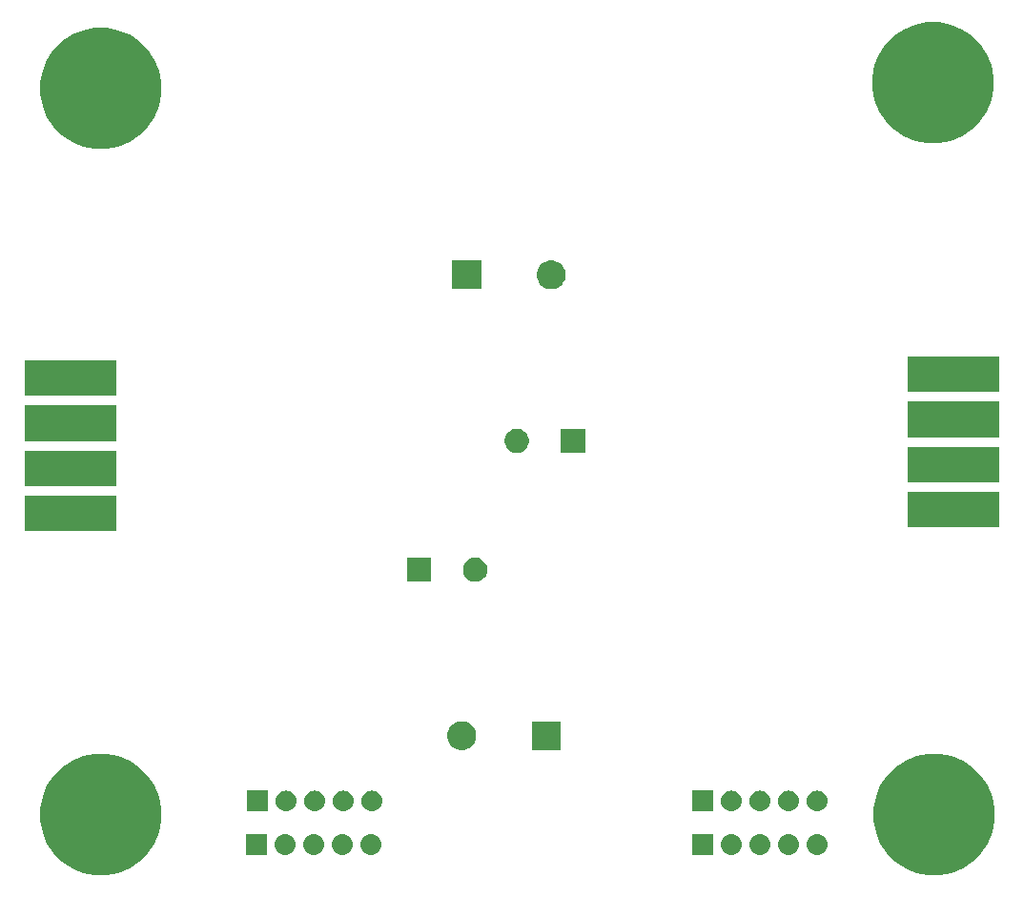
<source format=gbs>
G04 #@! TF.GenerationSoftware,KiCad,Pcbnew,5.0.1*
G04 #@! TF.CreationDate,2018-12-04T22:41:10-05:00*
G04 #@! TF.ProjectId,peripherals,7065726970686572616C732E6B696361,rev?*
G04 #@! TF.SameCoordinates,Original*
G04 #@! TF.FileFunction,Soldermask,Bot*
G04 #@! TF.FilePolarity,Negative*
%FSLAX46Y46*%
G04 Gerber Fmt 4.6, Leading zero omitted, Abs format (unit mm)*
G04 Created by KiCad (PCBNEW 5.0.1) date Tue 04 Dec 2018 10:41:10 PM EST*
%MOMM*%
%LPD*%
G01*
G04 APERTURE LIST*
%ADD10C,0.100000*%
G04 APERTURE END LIST*
D10*
G36*
X117568180Y-114830404D02*
X118546586Y-115235673D01*
X119427128Y-115824033D01*
X120175967Y-116572872D01*
X120764327Y-117453414D01*
X121169596Y-118431820D01*
X121376200Y-119470491D01*
X121376200Y-120529509D01*
X121169596Y-121568180D01*
X120764327Y-122546586D01*
X120175967Y-123427128D01*
X119427128Y-124175967D01*
X118546586Y-124764327D01*
X117568180Y-125169596D01*
X116529509Y-125376200D01*
X115470491Y-125376200D01*
X114431820Y-125169596D01*
X113453414Y-124764327D01*
X112572872Y-124175967D01*
X111824033Y-123427128D01*
X111235673Y-122546586D01*
X110830404Y-121568180D01*
X110623800Y-120529509D01*
X110623800Y-119470491D01*
X110830404Y-118431820D01*
X111235673Y-117453414D01*
X111824033Y-116572872D01*
X112572872Y-115824033D01*
X113453414Y-115235673D01*
X114431820Y-114830404D01*
X115470491Y-114623800D01*
X116529509Y-114623800D01*
X117568180Y-114830404D01*
X117568180Y-114830404D01*
G37*
G36*
X43568180Y-114830404D02*
X44546586Y-115235673D01*
X45427128Y-115824033D01*
X46175967Y-116572872D01*
X46764327Y-117453414D01*
X47169596Y-118431820D01*
X47376200Y-119470491D01*
X47376200Y-120529509D01*
X47169596Y-121568180D01*
X46764327Y-122546586D01*
X46175967Y-123427128D01*
X45427128Y-124175967D01*
X44546586Y-124764327D01*
X43568180Y-125169596D01*
X42529509Y-125376200D01*
X41470491Y-125376200D01*
X40431820Y-125169596D01*
X39453414Y-124764327D01*
X38572872Y-124175967D01*
X37824033Y-123427128D01*
X37235673Y-122546586D01*
X36830404Y-121568180D01*
X36623800Y-120529509D01*
X36623800Y-119470491D01*
X36830404Y-118431820D01*
X37235673Y-117453414D01*
X37824033Y-116572872D01*
X38572872Y-115824033D01*
X39453414Y-115235673D01*
X40431820Y-114830404D01*
X41470491Y-114623800D01*
X42529509Y-114623800D01*
X43568180Y-114830404D01*
X43568180Y-114830404D01*
G37*
G36*
X96376200Y-123576200D02*
X94523800Y-123576200D01*
X94523800Y-121723800D01*
X96376200Y-121723800D01*
X96376200Y-123576200D01*
X96376200Y-123576200D01*
G37*
G36*
X105791563Y-121737201D02*
X105791566Y-121737202D01*
X105791567Y-121737202D01*
X105966156Y-121790163D01*
X106127059Y-121876167D01*
X106127061Y-121876168D01*
X106127060Y-121876168D01*
X106268091Y-121991909D01*
X106383832Y-122132940D01*
X106469837Y-122293844D01*
X106522799Y-122468437D01*
X106540682Y-122650000D01*
X106522799Y-122831563D01*
X106522798Y-122831566D01*
X106522798Y-122831567D01*
X106469837Y-123006156D01*
X106383833Y-123167059D01*
X106268091Y-123308091D01*
X106127059Y-123423833D01*
X105966156Y-123509837D01*
X105791567Y-123562798D01*
X105791566Y-123562798D01*
X105791563Y-123562799D01*
X105655501Y-123576200D01*
X105564499Y-123576200D01*
X105428437Y-123562799D01*
X105428434Y-123562798D01*
X105428433Y-123562798D01*
X105253844Y-123509837D01*
X105092941Y-123423833D01*
X104951909Y-123308091D01*
X104836167Y-123167059D01*
X104750163Y-123006156D01*
X104697202Y-122831567D01*
X104697202Y-122831566D01*
X104697201Y-122831563D01*
X104679318Y-122650000D01*
X104697201Y-122468437D01*
X104750163Y-122293844D01*
X104836168Y-122132940D01*
X104951909Y-121991909D01*
X105092940Y-121876168D01*
X105092939Y-121876168D01*
X105092941Y-121876167D01*
X105253844Y-121790163D01*
X105428433Y-121737202D01*
X105428434Y-121737202D01*
X105428437Y-121737201D01*
X105564499Y-121723800D01*
X105655501Y-121723800D01*
X105791563Y-121737201D01*
X105791563Y-121737201D01*
G37*
G36*
X103251563Y-121737201D02*
X103251566Y-121737202D01*
X103251567Y-121737202D01*
X103426156Y-121790163D01*
X103587059Y-121876167D01*
X103587061Y-121876168D01*
X103587060Y-121876168D01*
X103728091Y-121991909D01*
X103843832Y-122132940D01*
X103929837Y-122293844D01*
X103982799Y-122468437D01*
X104000682Y-122650000D01*
X103982799Y-122831563D01*
X103982798Y-122831566D01*
X103982798Y-122831567D01*
X103929837Y-123006156D01*
X103843833Y-123167059D01*
X103728091Y-123308091D01*
X103587059Y-123423833D01*
X103426156Y-123509837D01*
X103251567Y-123562798D01*
X103251566Y-123562798D01*
X103251563Y-123562799D01*
X103115501Y-123576200D01*
X103024499Y-123576200D01*
X102888437Y-123562799D01*
X102888434Y-123562798D01*
X102888433Y-123562798D01*
X102713844Y-123509837D01*
X102552941Y-123423833D01*
X102411909Y-123308091D01*
X102296167Y-123167059D01*
X102210163Y-123006156D01*
X102157202Y-122831567D01*
X102157202Y-122831566D01*
X102157201Y-122831563D01*
X102139318Y-122650000D01*
X102157201Y-122468437D01*
X102210163Y-122293844D01*
X102296168Y-122132940D01*
X102411909Y-121991909D01*
X102552940Y-121876168D01*
X102552939Y-121876168D01*
X102552941Y-121876167D01*
X102713844Y-121790163D01*
X102888433Y-121737202D01*
X102888434Y-121737202D01*
X102888437Y-121737201D01*
X103024499Y-121723800D01*
X103115501Y-121723800D01*
X103251563Y-121737201D01*
X103251563Y-121737201D01*
G37*
G36*
X100711563Y-121737201D02*
X100711566Y-121737202D01*
X100711567Y-121737202D01*
X100886156Y-121790163D01*
X101047059Y-121876167D01*
X101047061Y-121876168D01*
X101047060Y-121876168D01*
X101188091Y-121991909D01*
X101303832Y-122132940D01*
X101389837Y-122293844D01*
X101442799Y-122468437D01*
X101460682Y-122650000D01*
X101442799Y-122831563D01*
X101442798Y-122831566D01*
X101442798Y-122831567D01*
X101389837Y-123006156D01*
X101303833Y-123167059D01*
X101188091Y-123308091D01*
X101047059Y-123423833D01*
X100886156Y-123509837D01*
X100711567Y-123562798D01*
X100711566Y-123562798D01*
X100711563Y-123562799D01*
X100575501Y-123576200D01*
X100484499Y-123576200D01*
X100348437Y-123562799D01*
X100348434Y-123562798D01*
X100348433Y-123562798D01*
X100173844Y-123509837D01*
X100012941Y-123423833D01*
X99871909Y-123308091D01*
X99756167Y-123167059D01*
X99670163Y-123006156D01*
X99617202Y-122831567D01*
X99617202Y-122831566D01*
X99617201Y-122831563D01*
X99599318Y-122650000D01*
X99617201Y-122468437D01*
X99670163Y-122293844D01*
X99756168Y-122132940D01*
X99871909Y-121991909D01*
X100012940Y-121876168D01*
X100012939Y-121876168D01*
X100012941Y-121876167D01*
X100173844Y-121790163D01*
X100348433Y-121737202D01*
X100348434Y-121737202D01*
X100348437Y-121737201D01*
X100484499Y-121723800D01*
X100575501Y-121723800D01*
X100711563Y-121737201D01*
X100711563Y-121737201D01*
G37*
G36*
X56776200Y-123576200D02*
X54923800Y-123576200D01*
X54923800Y-121723800D01*
X56776200Y-121723800D01*
X56776200Y-123576200D01*
X56776200Y-123576200D01*
G37*
G36*
X58571563Y-121737201D02*
X58571566Y-121737202D01*
X58571567Y-121737202D01*
X58746156Y-121790163D01*
X58907059Y-121876167D01*
X58907061Y-121876168D01*
X58907060Y-121876168D01*
X59048091Y-121991909D01*
X59163832Y-122132940D01*
X59249837Y-122293844D01*
X59302799Y-122468437D01*
X59320682Y-122650000D01*
X59302799Y-122831563D01*
X59302798Y-122831566D01*
X59302798Y-122831567D01*
X59249837Y-123006156D01*
X59163833Y-123167059D01*
X59048091Y-123308091D01*
X58907059Y-123423833D01*
X58746156Y-123509837D01*
X58571567Y-123562798D01*
X58571566Y-123562798D01*
X58571563Y-123562799D01*
X58435501Y-123576200D01*
X58344499Y-123576200D01*
X58208437Y-123562799D01*
X58208434Y-123562798D01*
X58208433Y-123562798D01*
X58033844Y-123509837D01*
X57872941Y-123423833D01*
X57731909Y-123308091D01*
X57616167Y-123167059D01*
X57530163Y-123006156D01*
X57477202Y-122831567D01*
X57477202Y-122831566D01*
X57477201Y-122831563D01*
X57459318Y-122650000D01*
X57477201Y-122468437D01*
X57530163Y-122293844D01*
X57616168Y-122132940D01*
X57731909Y-121991909D01*
X57872940Y-121876168D01*
X57872939Y-121876168D01*
X57872941Y-121876167D01*
X58033844Y-121790163D01*
X58208433Y-121737202D01*
X58208434Y-121737202D01*
X58208437Y-121737201D01*
X58344499Y-121723800D01*
X58435501Y-121723800D01*
X58571563Y-121737201D01*
X58571563Y-121737201D01*
G37*
G36*
X61111563Y-121737201D02*
X61111566Y-121737202D01*
X61111567Y-121737202D01*
X61286156Y-121790163D01*
X61447059Y-121876167D01*
X61447061Y-121876168D01*
X61447060Y-121876168D01*
X61588091Y-121991909D01*
X61703832Y-122132940D01*
X61789837Y-122293844D01*
X61842799Y-122468437D01*
X61860682Y-122650000D01*
X61842799Y-122831563D01*
X61842798Y-122831566D01*
X61842798Y-122831567D01*
X61789837Y-123006156D01*
X61703833Y-123167059D01*
X61588091Y-123308091D01*
X61447059Y-123423833D01*
X61286156Y-123509837D01*
X61111567Y-123562798D01*
X61111566Y-123562798D01*
X61111563Y-123562799D01*
X60975501Y-123576200D01*
X60884499Y-123576200D01*
X60748437Y-123562799D01*
X60748434Y-123562798D01*
X60748433Y-123562798D01*
X60573844Y-123509837D01*
X60412941Y-123423833D01*
X60271909Y-123308091D01*
X60156167Y-123167059D01*
X60070163Y-123006156D01*
X60017202Y-122831567D01*
X60017202Y-122831566D01*
X60017201Y-122831563D01*
X59999318Y-122650000D01*
X60017201Y-122468437D01*
X60070163Y-122293844D01*
X60156168Y-122132940D01*
X60271909Y-121991909D01*
X60412940Y-121876168D01*
X60412939Y-121876168D01*
X60412941Y-121876167D01*
X60573844Y-121790163D01*
X60748433Y-121737202D01*
X60748434Y-121737202D01*
X60748437Y-121737201D01*
X60884499Y-121723800D01*
X60975501Y-121723800D01*
X61111563Y-121737201D01*
X61111563Y-121737201D01*
G37*
G36*
X63651563Y-121737201D02*
X63651566Y-121737202D01*
X63651567Y-121737202D01*
X63826156Y-121790163D01*
X63987059Y-121876167D01*
X63987061Y-121876168D01*
X63987060Y-121876168D01*
X64128091Y-121991909D01*
X64243832Y-122132940D01*
X64329837Y-122293844D01*
X64382799Y-122468437D01*
X64400682Y-122650000D01*
X64382799Y-122831563D01*
X64382798Y-122831566D01*
X64382798Y-122831567D01*
X64329837Y-123006156D01*
X64243833Y-123167059D01*
X64128091Y-123308091D01*
X63987059Y-123423833D01*
X63826156Y-123509837D01*
X63651567Y-123562798D01*
X63651566Y-123562798D01*
X63651563Y-123562799D01*
X63515501Y-123576200D01*
X63424499Y-123576200D01*
X63288437Y-123562799D01*
X63288434Y-123562798D01*
X63288433Y-123562798D01*
X63113844Y-123509837D01*
X62952941Y-123423833D01*
X62811909Y-123308091D01*
X62696167Y-123167059D01*
X62610163Y-123006156D01*
X62557202Y-122831567D01*
X62557202Y-122831566D01*
X62557201Y-122831563D01*
X62539318Y-122650000D01*
X62557201Y-122468437D01*
X62610163Y-122293844D01*
X62696168Y-122132940D01*
X62811909Y-121991909D01*
X62952940Y-121876168D01*
X62952939Y-121876168D01*
X62952941Y-121876167D01*
X63113844Y-121790163D01*
X63288433Y-121737202D01*
X63288434Y-121737202D01*
X63288437Y-121737201D01*
X63424499Y-121723800D01*
X63515501Y-121723800D01*
X63651563Y-121737201D01*
X63651563Y-121737201D01*
G37*
G36*
X66191563Y-121737201D02*
X66191566Y-121737202D01*
X66191567Y-121737202D01*
X66366156Y-121790163D01*
X66527059Y-121876167D01*
X66527061Y-121876168D01*
X66527060Y-121876168D01*
X66668091Y-121991909D01*
X66783832Y-122132940D01*
X66869837Y-122293844D01*
X66922799Y-122468437D01*
X66940682Y-122650000D01*
X66922799Y-122831563D01*
X66922798Y-122831566D01*
X66922798Y-122831567D01*
X66869837Y-123006156D01*
X66783833Y-123167059D01*
X66668091Y-123308091D01*
X66527059Y-123423833D01*
X66366156Y-123509837D01*
X66191567Y-123562798D01*
X66191566Y-123562798D01*
X66191563Y-123562799D01*
X66055501Y-123576200D01*
X65964499Y-123576200D01*
X65828437Y-123562799D01*
X65828434Y-123562798D01*
X65828433Y-123562798D01*
X65653844Y-123509837D01*
X65492941Y-123423833D01*
X65351909Y-123308091D01*
X65236167Y-123167059D01*
X65150163Y-123006156D01*
X65097202Y-122831567D01*
X65097202Y-122831566D01*
X65097201Y-122831563D01*
X65079318Y-122650000D01*
X65097201Y-122468437D01*
X65150163Y-122293844D01*
X65236168Y-122132940D01*
X65351909Y-121991909D01*
X65492940Y-121876168D01*
X65492939Y-121876168D01*
X65492941Y-121876167D01*
X65653844Y-121790163D01*
X65828433Y-121737202D01*
X65828434Y-121737202D01*
X65828437Y-121737201D01*
X65964499Y-121723800D01*
X66055501Y-121723800D01*
X66191563Y-121737201D01*
X66191563Y-121737201D01*
G37*
G36*
X98171563Y-121737201D02*
X98171566Y-121737202D01*
X98171567Y-121737202D01*
X98346156Y-121790163D01*
X98507059Y-121876167D01*
X98507061Y-121876168D01*
X98507060Y-121876168D01*
X98648091Y-121991909D01*
X98763832Y-122132940D01*
X98849837Y-122293844D01*
X98902799Y-122468437D01*
X98920682Y-122650000D01*
X98902799Y-122831563D01*
X98902798Y-122831566D01*
X98902798Y-122831567D01*
X98849837Y-123006156D01*
X98763833Y-123167059D01*
X98648091Y-123308091D01*
X98507059Y-123423833D01*
X98346156Y-123509837D01*
X98171567Y-123562798D01*
X98171566Y-123562798D01*
X98171563Y-123562799D01*
X98035501Y-123576200D01*
X97944499Y-123576200D01*
X97808437Y-123562799D01*
X97808434Y-123562798D01*
X97808433Y-123562798D01*
X97633844Y-123509837D01*
X97472941Y-123423833D01*
X97331909Y-123308091D01*
X97216167Y-123167059D01*
X97130163Y-123006156D01*
X97077202Y-122831567D01*
X97077202Y-122831566D01*
X97077201Y-122831563D01*
X97059318Y-122650000D01*
X97077201Y-122468437D01*
X97130163Y-122293844D01*
X97216168Y-122132940D01*
X97331909Y-121991909D01*
X97472940Y-121876168D01*
X97472939Y-121876168D01*
X97472941Y-121876167D01*
X97633844Y-121790163D01*
X97808433Y-121737202D01*
X97808434Y-121737202D01*
X97808437Y-121737201D01*
X97944499Y-121723800D01*
X98035501Y-121723800D01*
X98171563Y-121737201D01*
X98171563Y-121737201D01*
G37*
G36*
X56826200Y-119726200D02*
X54973800Y-119726200D01*
X54973800Y-117873800D01*
X56826200Y-117873800D01*
X56826200Y-119726200D01*
X56826200Y-119726200D01*
G37*
G36*
X98171563Y-117887201D02*
X98171566Y-117887202D01*
X98171567Y-117887202D01*
X98346156Y-117940163D01*
X98507059Y-118026167D01*
X98507061Y-118026168D01*
X98507060Y-118026168D01*
X98648091Y-118141909D01*
X98763832Y-118282940D01*
X98849837Y-118443844D01*
X98902799Y-118618437D01*
X98920682Y-118800000D01*
X98902799Y-118981563D01*
X98902798Y-118981566D01*
X98902798Y-118981567D01*
X98849837Y-119156156D01*
X98763833Y-119317059D01*
X98648091Y-119458091D01*
X98507059Y-119573833D01*
X98346156Y-119659837D01*
X98171567Y-119712798D01*
X98171566Y-119712798D01*
X98171563Y-119712799D01*
X98035501Y-119726200D01*
X97944499Y-119726200D01*
X97808437Y-119712799D01*
X97808434Y-119712798D01*
X97808433Y-119712798D01*
X97633844Y-119659837D01*
X97472941Y-119573833D01*
X97331909Y-119458091D01*
X97216167Y-119317059D01*
X97130163Y-119156156D01*
X97077202Y-118981567D01*
X97077202Y-118981566D01*
X97077201Y-118981563D01*
X97059318Y-118800000D01*
X97077201Y-118618437D01*
X97130163Y-118443844D01*
X97216168Y-118282940D01*
X97331909Y-118141909D01*
X97472940Y-118026168D01*
X97472939Y-118026168D01*
X97472941Y-118026167D01*
X97633844Y-117940163D01*
X97808433Y-117887202D01*
X97808434Y-117887202D01*
X97808437Y-117887201D01*
X97944499Y-117873800D01*
X98035501Y-117873800D01*
X98171563Y-117887201D01*
X98171563Y-117887201D01*
G37*
G36*
X96376200Y-119726200D02*
X94523800Y-119726200D01*
X94523800Y-117873800D01*
X96376200Y-117873800D01*
X96376200Y-119726200D01*
X96376200Y-119726200D01*
G37*
G36*
X58621563Y-117887201D02*
X58621566Y-117887202D01*
X58621567Y-117887202D01*
X58796156Y-117940163D01*
X58957059Y-118026167D01*
X58957061Y-118026168D01*
X58957060Y-118026168D01*
X59098091Y-118141909D01*
X59213832Y-118282940D01*
X59299837Y-118443844D01*
X59352799Y-118618437D01*
X59370682Y-118800000D01*
X59352799Y-118981563D01*
X59352798Y-118981566D01*
X59352798Y-118981567D01*
X59299837Y-119156156D01*
X59213833Y-119317059D01*
X59098091Y-119458091D01*
X58957059Y-119573833D01*
X58796156Y-119659837D01*
X58621567Y-119712798D01*
X58621566Y-119712798D01*
X58621563Y-119712799D01*
X58485501Y-119726200D01*
X58394499Y-119726200D01*
X58258437Y-119712799D01*
X58258434Y-119712798D01*
X58258433Y-119712798D01*
X58083844Y-119659837D01*
X57922941Y-119573833D01*
X57781909Y-119458091D01*
X57666167Y-119317059D01*
X57580163Y-119156156D01*
X57527202Y-118981567D01*
X57527202Y-118981566D01*
X57527201Y-118981563D01*
X57509318Y-118800000D01*
X57527201Y-118618437D01*
X57580163Y-118443844D01*
X57666168Y-118282940D01*
X57781909Y-118141909D01*
X57922940Y-118026168D01*
X57922939Y-118026168D01*
X57922941Y-118026167D01*
X58083844Y-117940163D01*
X58258433Y-117887202D01*
X58258434Y-117887202D01*
X58258437Y-117887201D01*
X58394499Y-117873800D01*
X58485501Y-117873800D01*
X58621563Y-117887201D01*
X58621563Y-117887201D01*
G37*
G36*
X63701563Y-117887201D02*
X63701566Y-117887202D01*
X63701567Y-117887202D01*
X63876156Y-117940163D01*
X64037059Y-118026167D01*
X64037061Y-118026168D01*
X64037060Y-118026168D01*
X64178091Y-118141909D01*
X64293832Y-118282940D01*
X64379837Y-118443844D01*
X64432799Y-118618437D01*
X64450682Y-118800000D01*
X64432799Y-118981563D01*
X64432798Y-118981566D01*
X64432798Y-118981567D01*
X64379837Y-119156156D01*
X64293833Y-119317059D01*
X64178091Y-119458091D01*
X64037059Y-119573833D01*
X63876156Y-119659837D01*
X63701567Y-119712798D01*
X63701566Y-119712798D01*
X63701563Y-119712799D01*
X63565501Y-119726200D01*
X63474499Y-119726200D01*
X63338437Y-119712799D01*
X63338434Y-119712798D01*
X63338433Y-119712798D01*
X63163844Y-119659837D01*
X63002941Y-119573833D01*
X62861909Y-119458091D01*
X62746167Y-119317059D01*
X62660163Y-119156156D01*
X62607202Y-118981567D01*
X62607202Y-118981566D01*
X62607201Y-118981563D01*
X62589318Y-118800000D01*
X62607201Y-118618437D01*
X62660163Y-118443844D01*
X62746168Y-118282940D01*
X62861909Y-118141909D01*
X63002940Y-118026168D01*
X63002939Y-118026168D01*
X63002941Y-118026167D01*
X63163844Y-117940163D01*
X63338433Y-117887202D01*
X63338434Y-117887202D01*
X63338437Y-117887201D01*
X63474499Y-117873800D01*
X63565501Y-117873800D01*
X63701563Y-117887201D01*
X63701563Y-117887201D01*
G37*
G36*
X100711563Y-117887201D02*
X100711566Y-117887202D01*
X100711567Y-117887202D01*
X100886156Y-117940163D01*
X101047059Y-118026167D01*
X101047061Y-118026168D01*
X101047060Y-118026168D01*
X101188091Y-118141909D01*
X101303832Y-118282940D01*
X101389837Y-118443844D01*
X101442799Y-118618437D01*
X101460682Y-118800000D01*
X101442799Y-118981563D01*
X101442798Y-118981566D01*
X101442798Y-118981567D01*
X101389837Y-119156156D01*
X101303833Y-119317059D01*
X101188091Y-119458091D01*
X101047059Y-119573833D01*
X100886156Y-119659837D01*
X100711567Y-119712798D01*
X100711566Y-119712798D01*
X100711563Y-119712799D01*
X100575501Y-119726200D01*
X100484499Y-119726200D01*
X100348437Y-119712799D01*
X100348434Y-119712798D01*
X100348433Y-119712798D01*
X100173844Y-119659837D01*
X100012941Y-119573833D01*
X99871909Y-119458091D01*
X99756167Y-119317059D01*
X99670163Y-119156156D01*
X99617202Y-118981567D01*
X99617202Y-118981566D01*
X99617201Y-118981563D01*
X99599318Y-118800000D01*
X99617201Y-118618437D01*
X99670163Y-118443844D01*
X99756168Y-118282940D01*
X99871909Y-118141909D01*
X100012940Y-118026168D01*
X100012939Y-118026168D01*
X100012941Y-118026167D01*
X100173844Y-117940163D01*
X100348433Y-117887202D01*
X100348434Y-117887202D01*
X100348437Y-117887201D01*
X100484499Y-117873800D01*
X100575501Y-117873800D01*
X100711563Y-117887201D01*
X100711563Y-117887201D01*
G37*
G36*
X103251563Y-117887201D02*
X103251566Y-117887202D01*
X103251567Y-117887202D01*
X103426156Y-117940163D01*
X103587059Y-118026167D01*
X103587061Y-118026168D01*
X103587060Y-118026168D01*
X103728091Y-118141909D01*
X103843832Y-118282940D01*
X103929837Y-118443844D01*
X103982799Y-118618437D01*
X104000682Y-118800000D01*
X103982799Y-118981563D01*
X103982798Y-118981566D01*
X103982798Y-118981567D01*
X103929837Y-119156156D01*
X103843833Y-119317059D01*
X103728091Y-119458091D01*
X103587059Y-119573833D01*
X103426156Y-119659837D01*
X103251567Y-119712798D01*
X103251566Y-119712798D01*
X103251563Y-119712799D01*
X103115501Y-119726200D01*
X103024499Y-119726200D01*
X102888437Y-119712799D01*
X102888434Y-119712798D01*
X102888433Y-119712798D01*
X102713844Y-119659837D01*
X102552941Y-119573833D01*
X102411909Y-119458091D01*
X102296167Y-119317059D01*
X102210163Y-119156156D01*
X102157202Y-118981567D01*
X102157202Y-118981566D01*
X102157201Y-118981563D01*
X102139318Y-118800000D01*
X102157201Y-118618437D01*
X102210163Y-118443844D01*
X102296168Y-118282940D01*
X102411909Y-118141909D01*
X102552940Y-118026168D01*
X102552939Y-118026168D01*
X102552941Y-118026167D01*
X102713844Y-117940163D01*
X102888433Y-117887202D01*
X102888434Y-117887202D01*
X102888437Y-117887201D01*
X103024499Y-117873800D01*
X103115501Y-117873800D01*
X103251563Y-117887201D01*
X103251563Y-117887201D01*
G37*
G36*
X105791563Y-117887201D02*
X105791566Y-117887202D01*
X105791567Y-117887202D01*
X105966156Y-117940163D01*
X106127059Y-118026167D01*
X106127061Y-118026168D01*
X106127060Y-118026168D01*
X106268091Y-118141909D01*
X106383832Y-118282940D01*
X106469837Y-118443844D01*
X106522799Y-118618437D01*
X106540682Y-118800000D01*
X106522799Y-118981563D01*
X106522798Y-118981566D01*
X106522798Y-118981567D01*
X106469837Y-119156156D01*
X106383833Y-119317059D01*
X106268091Y-119458091D01*
X106127059Y-119573833D01*
X105966156Y-119659837D01*
X105791567Y-119712798D01*
X105791566Y-119712798D01*
X105791563Y-119712799D01*
X105655501Y-119726200D01*
X105564499Y-119726200D01*
X105428437Y-119712799D01*
X105428434Y-119712798D01*
X105428433Y-119712798D01*
X105253844Y-119659837D01*
X105092941Y-119573833D01*
X104951909Y-119458091D01*
X104836167Y-119317059D01*
X104750163Y-119156156D01*
X104697202Y-118981567D01*
X104697202Y-118981566D01*
X104697201Y-118981563D01*
X104679318Y-118800000D01*
X104697201Y-118618437D01*
X104750163Y-118443844D01*
X104836168Y-118282940D01*
X104951909Y-118141909D01*
X105092940Y-118026168D01*
X105092939Y-118026168D01*
X105092941Y-118026167D01*
X105253844Y-117940163D01*
X105428433Y-117887202D01*
X105428434Y-117887202D01*
X105428437Y-117887201D01*
X105564499Y-117873800D01*
X105655501Y-117873800D01*
X105791563Y-117887201D01*
X105791563Y-117887201D01*
G37*
G36*
X61161563Y-117887201D02*
X61161566Y-117887202D01*
X61161567Y-117887202D01*
X61336156Y-117940163D01*
X61497059Y-118026167D01*
X61497061Y-118026168D01*
X61497060Y-118026168D01*
X61638091Y-118141909D01*
X61753832Y-118282940D01*
X61839837Y-118443844D01*
X61892799Y-118618437D01*
X61910682Y-118800000D01*
X61892799Y-118981563D01*
X61892798Y-118981566D01*
X61892798Y-118981567D01*
X61839837Y-119156156D01*
X61753833Y-119317059D01*
X61638091Y-119458091D01*
X61497059Y-119573833D01*
X61336156Y-119659837D01*
X61161567Y-119712798D01*
X61161566Y-119712798D01*
X61161563Y-119712799D01*
X61025501Y-119726200D01*
X60934499Y-119726200D01*
X60798437Y-119712799D01*
X60798434Y-119712798D01*
X60798433Y-119712798D01*
X60623844Y-119659837D01*
X60462941Y-119573833D01*
X60321909Y-119458091D01*
X60206167Y-119317059D01*
X60120163Y-119156156D01*
X60067202Y-118981567D01*
X60067202Y-118981566D01*
X60067201Y-118981563D01*
X60049318Y-118800000D01*
X60067201Y-118618437D01*
X60120163Y-118443844D01*
X60206168Y-118282940D01*
X60321909Y-118141909D01*
X60462940Y-118026168D01*
X60462939Y-118026168D01*
X60462941Y-118026167D01*
X60623844Y-117940163D01*
X60798433Y-117887202D01*
X60798434Y-117887202D01*
X60798437Y-117887201D01*
X60934499Y-117873800D01*
X61025501Y-117873800D01*
X61161563Y-117887201D01*
X61161563Y-117887201D01*
G37*
G36*
X66241563Y-117887201D02*
X66241566Y-117887202D01*
X66241567Y-117887202D01*
X66416156Y-117940163D01*
X66577059Y-118026167D01*
X66577061Y-118026168D01*
X66577060Y-118026168D01*
X66718091Y-118141909D01*
X66833832Y-118282940D01*
X66919837Y-118443844D01*
X66972799Y-118618437D01*
X66990682Y-118800000D01*
X66972799Y-118981563D01*
X66972798Y-118981566D01*
X66972798Y-118981567D01*
X66919837Y-119156156D01*
X66833833Y-119317059D01*
X66718091Y-119458091D01*
X66577059Y-119573833D01*
X66416156Y-119659837D01*
X66241567Y-119712798D01*
X66241566Y-119712798D01*
X66241563Y-119712799D01*
X66105501Y-119726200D01*
X66014499Y-119726200D01*
X65878437Y-119712799D01*
X65878434Y-119712798D01*
X65878433Y-119712798D01*
X65703844Y-119659837D01*
X65542941Y-119573833D01*
X65401909Y-119458091D01*
X65286167Y-119317059D01*
X65200163Y-119156156D01*
X65147202Y-118981567D01*
X65147202Y-118981566D01*
X65147201Y-118981563D01*
X65129318Y-118800000D01*
X65147201Y-118618437D01*
X65200163Y-118443844D01*
X65286168Y-118282940D01*
X65401909Y-118141909D01*
X65542940Y-118026168D01*
X65542939Y-118026168D01*
X65542941Y-118026167D01*
X65703844Y-117940163D01*
X65878433Y-117887202D01*
X65878434Y-117887202D01*
X65878437Y-117887201D01*
X66014499Y-117873800D01*
X66105501Y-117873800D01*
X66241563Y-117887201D01*
X66241563Y-117887201D01*
G37*
G36*
X74257881Y-111740148D02*
X74422256Y-111772844D01*
X74654505Y-111869045D01*
X74654507Y-111869046D01*
X74863530Y-112008711D01*
X75041288Y-112186469D01*
X75180955Y-112395495D01*
X75277156Y-112627744D01*
X75326200Y-112874306D01*
X75326200Y-113125694D01*
X75277156Y-113372256D01*
X75180955Y-113604505D01*
X75180954Y-113604507D01*
X75041289Y-113813530D01*
X74863530Y-113991289D01*
X74654507Y-114130954D01*
X74654506Y-114130955D01*
X74654505Y-114130955D01*
X74422256Y-114227156D01*
X74257881Y-114259852D01*
X74175695Y-114276200D01*
X73924305Y-114276200D01*
X73842119Y-114259852D01*
X73677744Y-114227156D01*
X73445495Y-114130955D01*
X73445494Y-114130955D01*
X73445493Y-114130954D01*
X73236470Y-113991289D01*
X73058711Y-113813530D01*
X72919046Y-113604507D01*
X72919045Y-113604505D01*
X72822844Y-113372256D01*
X72773800Y-113125694D01*
X72773800Y-112874306D01*
X72822844Y-112627744D01*
X72919045Y-112395495D01*
X73058712Y-112186469D01*
X73236470Y-112008711D01*
X73445493Y-111869046D01*
X73445495Y-111869045D01*
X73677744Y-111772844D01*
X73842119Y-111740148D01*
X73924305Y-111723800D01*
X74175695Y-111723800D01*
X74257881Y-111740148D01*
X74257881Y-111740148D01*
G37*
G36*
X82826200Y-114276200D02*
X80273800Y-114276200D01*
X80273800Y-111723800D01*
X82826200Y-111723800D01*
X82826200Y-114276200D01*
X82826200Y-114276200D01*
G37*
G36*
X75563918Y-97215158D02*
X75759770Y-97296283D01*
X75759772Y-97296284D01*
X75847904Y-97355172D01*
X75936039Y-97414062D01*
X76085938Y-97563961D01*
X76203717Y-97740230D01*
X76284842Y-97936082D01*
X76326200Y-98144004D01*
X76326200Y-98355996D01*
X76284842Y-98563918D01*
X76203717Y-98759770D01*
X76085938Y-98936039D01*
X75936039Y-99085938D01*
X75847904Y-99144828D01*
X75759772Y-99203716D01*
X75759771Y-99203717D01*
X75759770Y-99203717D01*
X75563918Y-99284842D01*
X75355996Y-99326200D01*
X75144004Y-99326200D01*
X74936082Y-99284842D01*
X74740230Y-99203717D01*
X74740229Y-99203717D01*
X74740228Y-99203716D01*
X74652096Y-99144828D01*
X74563961Y-99085938D01*
X74414062Y-98936039D01*
X74296283Y-98759770D01*
X74215158Y-98563918D01*
X74173800Y-98355996D01*
X74173800Y-98144004D01*
X74215158Y-97936082D01*
X74296283Y-97740230D01*
X74414062Y-97563961D01*
X74563961Y-97414062D01*
X74652096Y-97355172D01*
X74740228Y-97296284D01*
X74740230Y-97296283D01*
X74936082Y-97215158D01*
X75144004Y-97173800D01*
X75355996Y-97173800D01*
X75563918Y-97215158D01*
X75563918Y-97215158D01*
G37*
G36*
X71326200Y-99326200D02*
X69173800Y-99326200D01*
X69173800Y-97173800D01*
X71326200Y-97173800D01*
X71326200Y-99326200D01*
X71326200Y-99326200D01*
G37*
G36*
X43426200Y-94826200D02*
X35273800Y-94826200D01*
X35273800Y-91673800D01*
X43426200Y-91673800D01*
X43426200Y-94826200D01*
X43426200Y-94826200D01*
G37*
G36*
X121826200Y-94476200D02*
X113673800Y-94476200D01*
X113673800Y-91323800D01*
X121826200Y-91323800D01*
X121826200Y-94476200D01*
X121826200Y-94476200D01*
G37*
G36*
X43426200Y-90826200D02*
X35273800Y-90826200D01*
X35273800Y-87673800D01*
X43426200Y-87673800D01*
X43426200Y-90826200D01*
X43426200Y-90826200D01*
G37*
G36*
X121826200Y-90476200D02*
X113673800Y-90476200D01*
X113673800Y-87323800D01*
X121826200Y-87323800D01*
X121826200Y-90476200D01*
X121826200Y-90476200D01*
G37*
G36*
X85026200Y-87876200D02*
X82873800Y-87876200D01*
X82873800Y-85723800D01*
X85026200Y-85723800D01*
X85026200Y-87876200D01*
X85026200Y-87876200D01*
G37*
G36*
X79263918Y-85765158D02*
X79459770Y-85846283D01*
X79459772Y-85846284D01*
X79547904Y-85905172D01*
X79636039Y-85964062D01*
X79785938Y-86113961D01*
X79903717Y-86290230D01*
X79984842Y-86486082D01*
X80026200Y-86694004D01*
X80026200Y-86905996D01*
X79984842Y-87113918D01*
X79903717Y-87309770D01*
X79903716Y-87309772D01*
X79844828Y-87397904D01*
X79785938Y-87486039D01*
X79636039Y-87635938D01*
X79579374Y-87673800D01*
X79459772Y-87753716D01*
X79459771Y-87753717D01*
X79459770Y-87753717D01*
X79263918Y-87834842D01*
X79055996Y-87876200D01*
X78844004Y-87876200D01*
X78636082Y-87834842D01*
X78440230Y-87753717D01*
X78440229Y-87753717D01*
X78440228Y-87753716D01*
X78320626Y-87673800D01*
X78263961Y-87635938D01*
X78114062Y-87486039D01*
X78055172Y-87397904D01*
X77996284Y-87309772D01*
X77996283Y-87309770D01*
X77915158Y-87113918D01*
X77873800Y-86905996D01*
X77873800Y-86694004D01*
X77915158Y-86486082D01*
X77996283Y-86290230D01*
X78114062Y-86113961D01*
X78263961Y-85964062D01*
X78352096Y-85905172D01*
X78440228Y-85846284D01*
X78440230Y-85846283D01*
X78636082Y-85765158D01*
X78844004Y-85723800D01*
X79055996Y-85723800D01*
X79263918Y-85765158D01*
X79263918Y-85765158D01*
G37*
G36*
X43426200Y-86826200D02*
X35273800Y-86826200D01*
X35273800Y-83673800D01*
X43426200Y-83673800D01*
X43426200Y-86826200D01*
X43426200Y-86826200D01*
G37*
G36*
X121826200Y-86476200D02*
X113673800Y-86476200D01*
X113673800Y-83323800D01*
X121826200Y-83323800D01*
X121826200Y-86476200D01*
X121826200Y-86476200D01*
G37*
G36*
X43426200Y-82826200D02*
X35273800Y-82826200D01*
X35273800Y-79673800D01*
X43426200Y-79673800D01*
X43426200Y-82826200D01*
X43426200Y-82826200D01*
G37*
G36*
X121826200Y-82476200D02*
X113673800Y-82476200D01*
X113673800Y-79323800D01*
X121826200Y-79323800D01*
X121826200Y-82476200D01*
X121826200Y-82476200D01*
G37*
G36*
X82207881Y-70790148D02*
X82372256Y-70822844D01*
X82604505Y-70919045D01*
X82604507Y-70919046D01*
X82813530Y-71058711D01*
X82991288Y-71236469D01*
X83130955Y-71445495D01*
X83227156Y-71677744D01*
X83276200Y-71924306D01*
X83276200Y-72175694D01*
X83227156Y-72422256D01*
X83130955Y-72654505D01*
X83130954Y-72654507D01*
X82991289Y-72863530D01*
X82813530Y-73041289D01*
X82604507Y-73180954D01*
X82604506Y-73180955D01*
X82604505Y-73180955D01*
X82372256Y-73277156D01*
X82207881Y-73309852D01*
X82125695Y-73326200D01*
X81874305Y-73326200D01*
X81792119Y-73309852D01*
X81627744Y-73277156D01*
X81395495Y-73180955D01*
X81395494Y-73180955D01*
X81395493Y-73180954D01*
X81186470Y-73041289D01*
X81008711Y-72863530D01*
X80869046Y-72654507D01*
X80869045Y-72654505D01*
X80772844Y-72422256D01*
X80723800Y-72175694D01*
X80723800Y-71924306D01*
X80772844Y-71677744D01*
X80869045Y-71445495D01*
X81008712Y-71236469D01*
X81186470Y-71058711D01*
X81395493Y-70919046D01*
X81395495Y-70919045D01*
X81627744Y-70822844D01*
X81792119Y-70790148D01*
X81874305Y-70773800D01*
X82125695Y-70773800D01*
X82207881Y-70790148D01*
X82207881Y-70790148D01*
G37*
G36*
X75776200Y-73326200D02*
X73223800Y-73326200D01*
X73223800Y-70773800D01*
X75776200Y-70773800D01*
X75776200Y-73326200D01*
X75776200Y-73326200D01*
G37*
G36*
X43568180Y-50330404D02*
X44546586Y-50735673D01*
X45427128Y-51324033D01*
X46175967Y-52072872D01*
X46764327Y-52953414D01*
X47169596Y-53931820D01*
X47376200Y-54970491D01*
X47376200Y-56029509D01*
X47169596Y-57068180D01*
X46764327Y-58046586D01*
X46175967Y-58927128D01*
X45427128Y-59675967D01*
X44546586Y-60264327D01*
X43568180Y-60669596D01*
X42529509Y-60876200D01*
X41470491Y-60876200D01*
X40431820Y-60669596D01*
X39453414Y-60264327D01*
X38572872Y-59675967D01*
X37824033Y-58927128D01*
X37235673Y-58046586D01*
X36830404Y-57068180D01*
X36623800Y-56029509D01*
X36623800Y-54970491D01*
X36830404Y-53931820D01*
X37235673Y-52953414D01*
X37824033Y-52072872D01*
X38572872Y-51324033D01*
X39453414Y-50735673D01*
X40431820Y-50330404D01*
X41470491Y-50123800D01*
X42529509Y-50123800D01*
X43568180Y-50330404D01*
X43568180Y-50330404D01*
G37*
G36*
X117468180Y-49830404D02*
X118446586Y-50235673D01*
X119327128Y-50824033D01*
X120075967Y-51572872D01*
X120664327Y-52453414D01*
X121069596Y-53431820D01*
X121276200Y-54470491D01*
X121276200Y-55529509D01*
X121069596Y-56568180D01*
X120664327Y-57546586D01*
X120075967Y-58427128D01*
X119327128Y-59175967D01*
X118446586Y-59764327D01*
X117468180Y-60169596D01*
X116429509Y-60376200D01*
X115370491Y-60376200D01*
X114331820Y-60169596D01*
X113353414Y-59764327D01*
X112472872Y-59175967D01*
X111724033Y-58427128D01*
X111135673Y-57546586D01*
X110730404Y-56568180D01*
X110523800Y-55529509D01*
X110523800Y-54470491D01*
X110730404Y-53431820D01*
X111135673Y-52453414D01*
X111724033Y-51572872D01*
X112472872Y-50824033D01*
X113353414Y-50235673D01*
X114331820Y-49830404D01*
X115370491Y-49623800D01*
X116429509Y-49623800D01*
X117468180Y-49830404D01*
X117468180Y-49830404D01*
G37*
M02*

</source>
